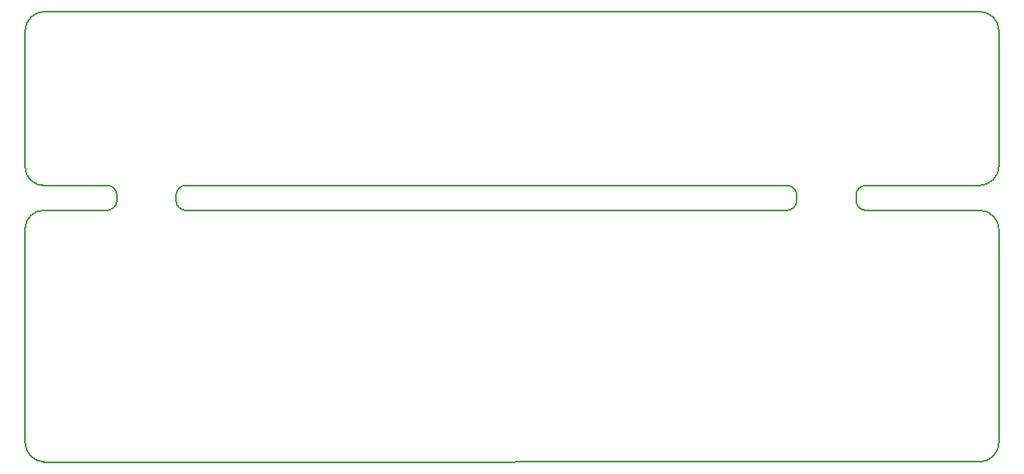
<source format=gbr>
G04 DipTrace 3.0.0.1*
G04 BoardOutline.gbr*
%MOIN*%
G04 #@! TF.FileFunction,Profile*
G04 #@! TF.Part,Single*
%ADD11C,0.005512*%
%FSLAX26Y26*%
G04*
G70*
G90*
G75*
G01*
G04 BoardOutline*
%LPD*%
X4305619Y2677406D2*
D11*
G03X4226879Y2756146I-78737J3D01*
G01*
X468710Y2756392D1*
X472622Y2756146D2*
G03X393882Y2677406I-1J-78740D01*
G01*
Y1022878D2*
G03X472622Y944138I78742J1D01*
G01*
X485147Y1956197D2*
X724959Y1956392D1*
X722894Y1956197D2*
G03X762461Y1993892I-180J39802D01*
G01*
X762264Y1995567D2*
Y2017220D1*
G03X722894Y2056591I-39371J-1D01*
G01*
X724959Y2056391D2*
X485147Y2056591D1*
X1039921Y1956197D2*
G02X999959Y1993892I488J40548D01*
G01*
X1000551Y1995567D2*
Y2017220D1*
G02X1039921Y2056591I39369J1D01*
G01*
X1037461Y2056391D2*
X1193415Y2056591D1*
Y1956197D2*
X1037461Y1956392D1*
X3216399Y1956197D2*
X3456210Y1956392D1*
X3454146Y1956197D2*
G03X3493710Y1993892I-178J39797D01*
G01*
Y1987642D2*
Y2018894D1*
X3493516Y2017220D2*
G03X3454146Y2056591I-39369J1D01*
G01*
X3460395D2*
X3203899D1*
X3771173Y1956197D2*
G02X3731803Y1995567I-2J39369D01*
G01*
Y2017220D1*
G02X3771173Y2056591I39366J4D01*
G01*
X3764923D2*
X3937167D1*
Y1956197D2*
X3764923D1*
X393882Y2677406D2*
X393709Y2130913D1*
G03X472449Y2056394I74611J-23D01*
G01*
X462459Y2056392D2*
X487462Y2056394D1*
X393882Y1022878D2*
X393709Y1887642D1*
X393701Y1881713D2*
G02X472441Y1956394I74771J15D01*
G01*
X462461Y1956392D2*
X487462Y1956394D1*
X1193710Y2056394D2*
X3218710D1*
X1193710Y1956394D2*
X3218710D1*
X3924962Y2056394D2*
X4227395D1*
G03X4306135Y2135055I1J78739D01*
G01*
X4305619Y2677406D1*
X3924962Y1956394D2*
X4227423D1*
G02X4306163Y1875413I1J-78770D01*
G01*
X4305667Y1025118D1*
G02X4226927Y944138I-78741J-2209D01*
G01*
X468710Y943892D1*
M02*

</source>
